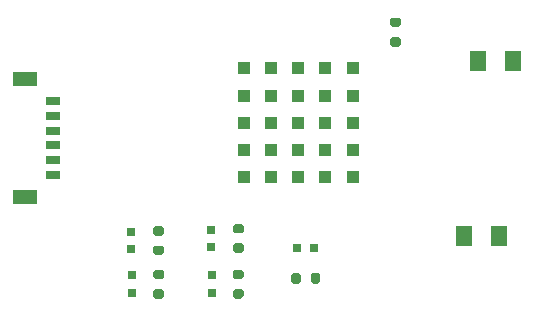
<source format=gtp>
%TF.GenerationSoftware,KiCad,Pcbnew,(5.1.10)-1*%
%TF.CreationDate,2021-11-25T14:26:07+01:00*%
%TF.ProjectId,POWER_BOARD,504f5745-525f-4424-9f41-52442e6b6963,V01*%
%TF.SameCoordinates,Original*%
%TF.FileFunction,Paste,Top*%
%TF.FilePolarity,Positive*%
%FSLAX46Y46*%
G04 Gerber Fmt 4.6, Leading zero omitted, Abs format (unit mm)*
G04 Created by KiCad (PCBNEW (5.1.10)-1) date 2021-11-25 14:26:07*
%MOMM*%
%LPD*%
G01*
G04 APERTURE LIST*
%ADD10R,1.450000X1.800000*%
%ADD11R,0.800000X0.800000*%
%ADD12R,1.060000X1.060000*%
%ADD13R,1.200000X0.800000*%
%ADD14R,2.150000X1.300000*%
G04 APERTURE END LIST*
D10*
%TO.C,U1*%
X137877800Y-88446800D03*
X134927800Y-88446800D03*
%TD*%
%TO.C,U2*%
X133734000Y-103229600D03*
X136684000Y-103229600D03*
%TD*%
%TO.C,R1*%
G36*
G01*
X119913600Y-106561400D02*
X119913600Y-107111400D01*
G75*
G02*
X119713600Y-107311400I-200000J0D01*
G01*
X119313600Y-107311400D01*
G75*
G02*
X119113600Y-107111400I0J200000D01*
G01*
X119113600Y-106561400D01*
G75*
G02*
X119313600Y-106361400I200000J0D01*
G01*
X119713600Y-106361400D01*
G75*
G02*
X119913600Y-106561400I0J-200000D01*
G01*
G37*
G36*
G01*
X121563600Y-106561400D02*
X121563600Y-107111400D01*
G75*
G02*
X121363600Y-107311400I-200000J0D01*
G01*
X120963600Y-107311400D01*
G75*
G02*
X120763600Y-107111400I0J200000D01*
G01*
X120763600Y-106561400D01*
G75*
G02*
X120963600Y-106361400I200000J0D01*
G01*
X121363600Y-106361400D01*
G75*
G02*
X121563600Y-106561400I0J-200000D01*
G01*
G37*
%TD*%
%TO.C,R6*%
G36*
G01*
X107605400Y-106131600D02*
X108155400Y-106131600D01*
G75*
G02*
X108355400Y-106331600I0J-200000D01*
G01*
X108355400Y-106731600D01*
G75*
G02*
X108155400Y-106931600I-200000J0D01*
G01*
X107605400Y-106931600D01*
G75*
G02*
X107405400Y-106731600I0J200000D01*
G01*
X107405400Y-106331600D01*
G75*
G02*
X107605400Y-106131600I200000J0D01*
G01*
G37*
G36*
G01*
X107605400Y-107781600D02*
X108155400Y-107781600D01*
G75*
G02*
X108355400Y-107981600I0J-200000D01*
G01*
X108355400Y-108381600D01*
G75*
G02*
X108155400Y-108581600I-200000J0D01*
G01*
X107605400Y-108581600D01*
G75*
G02*
X107405400Y-108381600I0J200000D01*
G01*
X107405400Y-107981600D01*
G75*
G02*
X107605400Y-107781600I200000J0D01*
G01*
G37*
%TD*%
%TO.C,R7*%
G36*
G01*
X107580000Y-104073200D02*
X108130000Y-104073200D01*
G75*
G02*
X108330000Y-104273200I0J-200000D01*
G01*
X108330000Y-104673200D01*
G75*
G02*
X108130000Y-104873200I-200000J0D01*
G01*
X107580000Y-104873200D01*
G75*
G02*
X107380000Y-104673200I0J200000D01*
G01*
X107380000Y-104273200D01*
G75*
G02*
X107580000Y-104073200I200000J0D01*
G01*
G37*
G36*
G01*
X107580000Y-102423200D02*
X108130000Y-102423200D01*
G75*
G02*
X108330000Y-102623200I0J-200000D01*
G01*
X108330000Y-103023200D01*
G75*
G02*
X108130000Y-103223200I-200000J0D01*
G01*
X107580000Y-103223200D01*
G75*
G02*
X107380000Y-103023200I0J200000D01*
G01*
X107380000Y-102623200D01*
G75*
G02*
X107580000Y-102423200I200000J0D01*
G01*
G37*
%TD*%
%TO.C,R12*%
G36*
G01*
X114361800Y-103895400D02*
X114911800Y-103895400D01*
G75*
G02*
X115111800Y-104095400I0J-200000D01*
G01*
X115111800Y-104495400D01*
G75*
G02*
X114911800Y-104695400I-200000J0D01*
G01*
X114361800Y-104695400D01*
G75*
G02*
X114161800Y-104495400I0J200000D01*
G01*
X114161800Y-104095400D01*
G75*
G02*
X114361800Y-103895400I200000J0D01*
G01*
G37*
G36*
G01*
X114361800Y-102245400D02*
X114911800Y-102245400D01*
G75*
G02*
X115111800Y-102445400I0J-200000D01*
G01*
X115111800Y-102845400D01*
G75*
G02*
X114911800Y-103045400I-200000J0D01*
G01*
X114361800Y-103045400D01*
G75*
G02*
X114161800Y-102845400I0J200000D01*
G01*
X114161800Y-102445400D01*
G75*
G02*
X114361800Y-102245400I200000J0D01*
G01*
G37*
%TD*%
%TO.C,R13*%
G36*
G01*
X114336400Y-106106200D02*
X114886400Y-106106200D01*
G75*
G02*
X115086400Y-106306200I0J-200000D01*
G01*
X115086400Y-106706200D01*
G75*
G02*
X114886400Y-106906200I-200000J0D01*
G01*
X114336400Y-106906200D01*
G75*
G02*
X114136400Y-106706200I0J200000D01*
G01*
X114136400Y-106306200D01*
G75*
G02*
X114336400Y-106106200I200000J0D01*
G01*
G37*
G36*
G01*
X114336400Y-107756200D02*
X114886400Y-107756200D01*
G75*
G02*
X115086400Y-107956200I0J-200000D01*
G01*
X115086400Y-108356200D01*
G75*
G02*
X114886400Y-108556200I-200000J0D01*
G01*
X114336400Y-108556200D01*
G75*
G02*
X114136400Y-108356200I0J200000D01*
G01*
X114136400Y-107956200D01*
G75*
G02*
X114336400Y-107756200I200000J0D01*
G01*
G37*
%TD*%
%TO.C,R18*%
G36*
G01*
X128196000Y-87220200D02*
X127646000Y-87220200D01*
G75*
G02*
X127446000Y-87020200I0J200000D01*
G01*
X127446000Y-86620200D01*
G75*
G02*
X127646000Y-86420200I200000J0D01*
G01*
X128196000Y-86420200D01*
G75*
G02*
X128396000Y-86620200I0J-200000D01*
G01*
X128396000Y-87020200D01*
G75*
G02*
X128196000Y-87220200I-200000J0D01*
G01*
G37*
G36*
G01*
X128196000Y-85570200D02*
X127646000Y-85570200D01*
G75*
G02*
X127446000Y-85370200I0J200000D01*
G01*
X127446000Y-84970200D01*
G75*
G02*
X127646000Y-84770200I200000J0D01*
G01*
X128196000Y-84770200D01*
G75*
G02*
X128396000Y-84970200I0J-200000D01*
G01*
X128396000Y-85370200D01*
G75*
G02*
X128196000Y-85570200I-200000J0D01*
G01*
G37*
%TD*%
D11*
%TO.C,D1*%
X121063000Y-104245600D03*
X119563000Y-104245600D03*
%TD*%
%TO.C,D2*%
X105594400Y-108082400D03*
X105594400Y-106582400D03*
%TD*%
%TO.C,D3*%
X105543600Y-102899400D03*
X105543600Y-104399400D03*
%TD*%
%TO.C,D4*%
X112325400Y-104221600D03*
X112325400Y-102721600D03*
%TD*%
%TO.C,D5*%
X112427000Y-106582400D03*
X112427000Y-108082400D03*
%TD*%
D12*
%TO.C,PS1*%
X115128800Y-98241800D03*
X115128800Y-95951800D03*
X115128800Y-93661800D03*
X115128800Y-91371800D03*
X115128800Y-89081800D03*
X117418800Y-98241800D03*
X117418800Y-95951800D03*
X117418800Y-93661800D03*
X117418800Y-91371800D03*
X117418800Y-89081800D03*
X119708800Y-98241800D03*
X119708800Y-95951800D03*
X119708800Y-93661800D03*
X119708800Y-91371800D03*
X119708800Y-89081800D03*
X121998800Y-98241800D03*
X121998800Y-95951800D03*
X121998800Y-93661800D03*
X121998800Y-91371800D03*
X121998800Y-89081800D03*
X124288800Y-98241800D03*
X124288800Y-95951800D03*
X124288800Y-93661800D03*
X124288800Y-91371800D03*
X124288800Y-89081800D03*
%TD*%
D13*
%TO.C,J9*%
X98891140Y-98091980D03*
X98891140Y-96841980D03*
X98891140Y-95591980D03*
X98891140Y-94341980D03*
X98891140Y-93091980D03*
X98891140Y-91841980D03*
D14*
X96596140Y-99991980D03*
X96596140Y-89941980D03*
%TD*%
M02*

</source>
